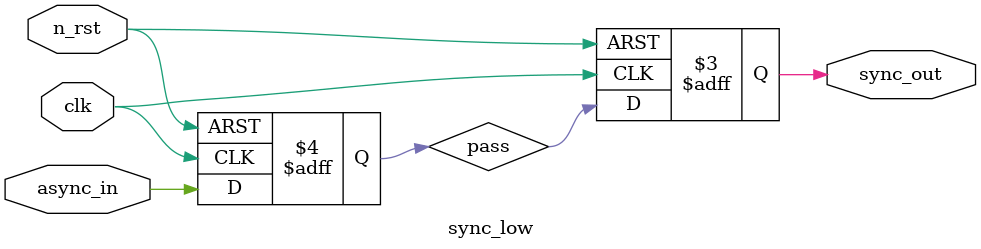
<source format=sv>
module sync_low
  (
   input reg clk,
   input reg n_rst,
   input reg async_in,
   output reg sync_out
   );   

   reg 	       pass;
   
  always_ff @ (posedge clk, negedge n_rst)
  begin
     if (1'b0 == n_rst) begin
	sync_out <= 1'b0;
       	pass <= 1'b0;
	      
     end else begin
	pass <= async_in;	
	sync_out <= pass;
     end 	 
  end
   endmodule
	  
  

</source>
